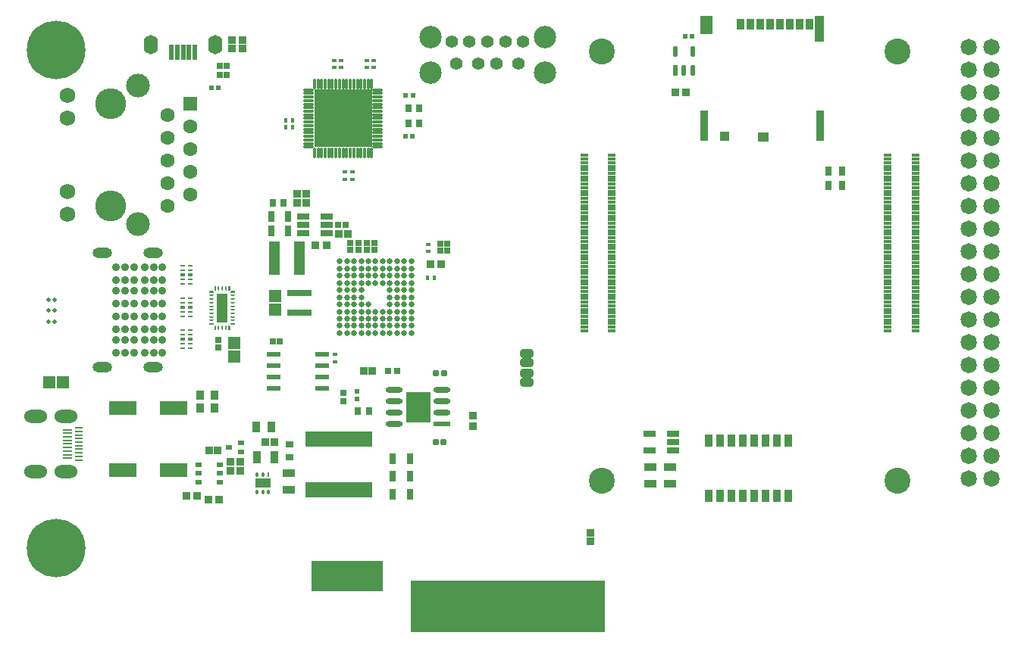
<source format=gts>
G04*
G04 #@! TF.GenerationSoftware,Altium Limited,Altium Designer,24.4.1 (13)*
G04*
G04 Layer_Color=8388736*
%FSLAX44Y44*%
%MOMM*%
G71*
G04*
G04 #@! TF.SameCoordinates,03FE6816-4A6D-4829-BFD7-AFDAA43F001A*
G04*
G04*
G04 #@! TF.FilePolarity,Negative*
G04*
G01*
G75*
%ADD29R,1.5500X0.6000*%
%ADD30R,1.4562X1.3781*%
G04:AMPARAMS|DCode=31|XSize=1.9296mm|YSize=0.6121mm|CornerRadius=0.3061mm|HoleSize=0mm|Usage=FLASHONLY|Rotation=180.000|XOffset=0mm|YOffset=0mm|HoleType=Round|Shape=RoundedRectangle|*
%AMROUNDEDRECTD31*
21,1,1.9296,0.0000,0,0,180.0*
21,1,1.3175,0.6121,0,0,180.0*
1,1,0.6121,-0.6588,0.0000*
1,1,0.6121,0.6588,0.0000*
1,1,0.6121,0.6588,0.0000*
1,1,0.6121,-0.6588,0.0000*
%
%ADD31ROUNDEDRECTD31*%
%ADD32R,1.9296X0.6121*%
%ADD35R,0.5000X0.4000*%
%ADD36R,0.7500X1.0000*%
%ADD37R,0.9000X0.8000*%
%ADD40R,1.4000X0.9500*%
%ADD43R,0.9582X1.0061*%
%ADD44R,1.3781X1.4562*%
%ADD45C,0.1800*%
G04:AMPARAMS|DCode=46|XSize=0.2mm|YSize=0.5mm|CornerRadius=0.05mm|HoleSize=0mm|Usage=FLASHONLY|Rotation=180.000|XOffset=0mm|YOffset=0mm|HoleType=Round|Shape=RoundedRectangle|*
%AMROUNDEDRECTD46*
21,1,0.2000,0.4000,0,0,180.0*
21,1,0.1000,0.5000,0,0,180.0*
1,1,0.1000,-0.0500,0.2000*
1,1,0.1000,0.0500,0.2000*
1,1,0.1000,0.0500,-0.2000*
1,1,0.1000,-0.0500,-0.2000*
%
%ADD46ROUNDEDRECTD46*%
G04:AMPARAMS|DCode=47|XSize=0.5mm|YSize=0.2mm|CornerRadius=0.05mm|HoleSize=0mm|Usage=FLASHONLY|Rotation=180.000|XOffset=0mm|YOffset=0mm|HoleType=Round|Shape=RoundedRectangle|*
%AMROUNDEDRECTD47*
21,1,0.5000,0.1000,0,0,180.0*
21,1,0.4000,0.2000,0,0,180.0*
1,1,0.1000,-0.2000,0.0500*
1,1,0.1000,0.2000,0.0500*
1,1,0.1000,0.2000,-0.0500*
1,1,0.1000,-0.2000,-0.0500*
%
%ADD47ROUNDEDRECTD47*%
G04:AMPARAMS|DCode=48|XSize=0.565mm|YSize=0.2mm|CornerRadius=0.05mm|HoleSize=0mm|Usage=FLASHONLY|Rotation=0.000|XOffset=0mm|YOffset=0mm|HoleType=Round|Shape=RoundedRectangle|*
%AMROUNDEDRECTD48*
21,1,0.5650,0.1000,0,0,0.0*
21,1,0.4650,0.2000,0,0,0.0*
1,1,0.1000,0.2325,-0.0500*
1,1,0.1000,-0.2325,-0.0500*
1,1,0.1000,-0.2325,0.0500*
1,1,0.1000,0.2325,0.0500*
%
%ADD48ROUNDEDRECTD48*%
%ADD49R,1.0000X0.2300*%
%ADD50R,0.8500X0.2300*%
%ADD60R,0.8000X0.5500*%
G04:AMPARAMS|DCode=61|XSize=1.2196mm|YSize=0.5885mm|CornerRadius=0.2942mm|HoleSize=0mm|Usage=FLASHONLY|Rotation=90.000|XOffset=0mm|YOffset=0mm|HoleType=Round|Shape=RoundedRectangle|*
%AMROUNDEDRECTD61*
21,1,1.2196,0.0000,0,0,90.0*
21,1,0.6311,0.5885,0,0,90.0*
1,1,0.5885,0.0000,0.3156*
1,1,0.5885,0.0000,-0.3156*
1,1,0.5885,0.0000,-0.3156*
1,1,0.5885,0.0000,0.3156*
%
%ADD61ROUNDEDRECTD61*%
%ADD62R,0.5885X1.2196*%
%ADD63R,0.5153X0.4725*%
%ADD64R,0.9051X0.9062*%
%ADD66R,2.7000X0.8000*%
%ADD68R,0.4000X0.5000*%
%ADD69R,0.9500X1.4500*%
%ADD72R,0.2925X0.5561*%
G04:AMPARAMS|DCode=74|XSize=0.5561mm|YSize=0.2925mm|CornerRadius=0.1462mm|HoleSize=0mm|Usage=FLASHONLY|Rotation=270.000|XOffset=0mm|YOffset=0mm|HoleType=Round|Shape=RoundedRectangle|*
%AMROUNDEDRECTD74*
21,1,0.5561,0.0000,0,0,270.0*
21,1,0.2636,0.2925,0,0,270.0*
1,1,0.2925,0.0000,-0.1318*
1,1,0.2925,0.0000,0.1318*
1,1,0.2925,0.0000,0.1318*
1,1,0.2925,0.0000,-0.1318*
%
%ADD74ROUNDEDRECTD74*%
%ADD75R,7.5000X1.8000*%
%ADD76R,0.7000X1.3000*%
%ADD77R,0.9062X0.9051*%
%ADD79R,0.8000X0.9000*%
%ADD80R,0.5200X0.5200*%
%ADD82R,0.6682X0.6725*%
%ADD84R,0.7581X0.8121*%
%ADD85R,0.7121X0.7811*%
%ADD86R,0.8065X1.3082*%
%ADD87R,0.4725X0.4682*%
%ADD88R,0.7500X0.9000*%
%ADD89R,1.2000X3.7000*%
%ADD90C,0.0000*%
%ADD91R,8.0000X3.4500*%
%ADD92R,21.7000X5.8500*%
%ADD93R,0.9032X0.4032*%
%ADD94R,0.9144X4.3942*%
%ADD95R,0.9144X3.5032*%
%ADD96O,0.4032X1.1532*%
%ADD97O,1.1532X0.4032*%
%ADD98R,6.4032X6.4032*%
%ADD99R,2.7100X3.3500*%
%ADD100R,0.8532X0.9032*%
%ADD101R,0.9632X1.4532*%
%ADD102R,0.7132X0.6032*%
%ADD103R,1.3532X0.8032*%
%ADD104R,0.7532X0.7532*%
%ADD105R,3.0532X1.6032*%
G04:AMPARAMS|DCode=106|XSize=1.2mm|YSize=3.2mm|CornerRadius=0.048mm|HoleSize=0mm|Usage=FLASHONLY|Rotation=180.000|XOffset=0mm|YOffset=0mm|HoleType=Round|Shape=RoundedRectangle|*
%AMROUNDEDRECTD106*
21,1,1.2000,3.1040,0,0,180.0*
21,1,1.1040,3.2000,0,0,180.0*
1,1,0.0960,-0.5520,1.5520*
1,1,0.0960,0.5520,1.5520*
1,1,0.0960,0.5520,-1.5520*
1,1,0.0960,-0.5520,-1.5520*
%
%ADD106ROUNDEDRECTD106*%
G04:AMPARAMS|DCode=107|XSize=0.565mm|YSize=0.4mm|CornerRadius=0.05mm|HoleSize=0mm|Usage=FLASHONLY|Rotation=0.000|XOffset=0mm|YOffset=0mm|HoleType=Round|Shape=RoundedRectangle|*
%AMROUNDEDRECTD107*
21,1,0.5650,0.3000,0,0,0.0*
21,1,0.4650,0.4000,0,0,0.0*
1,1,0.1000,0.2325,-0.1500*
1,1,0.1000,-0.2325,-0.1500*
1,1,0.1000,-0.2325,0.1500*
1,1,0.1000,0.2325,0.1500*
%
%ADD107ROUNDEDRECTD107*%
%ADD108R,0.9032X0.8532*%
%ADD109R,0.9032X0.4032*%
G04:AMPARAMS|DCode=110|XSize=0.9652mm|YSize=1.4732mm|CornerRadius=0.2921mm|HoleSize=0mm|Usage=FLASHONLY|Rotation=90.000|XOffset=0mm|YOffset=0mm|HoleType=Round|Shape=RoundedRectangle|*
%AMROUNDEDRECTD110*
21,1,0.9652,0.8890,0,0,90.0*
21,1,0.3810,1.4732,0,0,90.0*
1,1,0.5842,0.4445,0.1905*
1,1,0.5842,0.4445,-0.1905*
1,1,0.5842,-0.4445,-0.1905*
1,1,0.5842,-0.4445,0.1905*
%
%ADD110ROUNDEDRECTD110*%
%ADD111R,1.1032X1.1332*%
%ADD112R,1.2532X0.9832*%
%ADD113R,1.3432X2.0332*%
%ADD114R,0.9032X3.5032*%
%ADD115R,1.0632X3.0032*%
%ADD116R,0.9032X1.3032*%
%ADD117C,0.6532*%
%ADD118R,0.6532X0.6532*%
%ADD119R,0.6532X0.6532*%
%ADD120R,0.9232X0.9232*%
%ADD121R,0.8532X0.8532*%
%ADD122R,0.6032X1.7032*%
G04:AMPARAMS|DCode=123|XSize=0.7532mm|YSize=0.7032mm|CornerRadius=0.1641mm|HoleSize=0mm|Usage=FLASHONLY|Rotation=270.000|XOffset=0mm|YOffset=0mm|HoleType=Round|Shape=RoundedRectangle|*
%AMROUNDEDRECTD123*
21,1,0.7532,0.3750,0,0,270.0*
21,1,0.4250,0.7032,0,0,270.0*
1,1,0.3282,-0.1875,-0.2125*
1,1,0.3282,-0.1875,0.2125*
1,1,0.3282,0.1875,0.2125*
1,1,0.3282,0.1875,-0.2125*
%
%ADD123ROUNDEDRECTD123*%
%ADD124R,0.8032X0.7532*%
%ADD125R,1.7000X1.1000*%
%ADD126O,2.2032X1.1176*%
%ADD127C,1.4112*%
%ADD128C,2.5032*%
%ADD129C,6.5532*%
G04:AMPARAMS|DCode=130|XSize=1.5mm|YSize=2.55mm|CornerRadius=0.75mm|HoleSize=0mm|Usage=FLASHONLY|Rotation=270.000|XOffset=0mm|YOffset=0mm|HoleType=Round|Shape=RoundedRectangle|*
%AMROUNDEDRECTD130*
21,1,1.5000,1.0500,0,0,270.0*
21,1,0.0000,2.5500,0,0,270.0*
1,1,1.5000,-0.5250,0.0000*
1,1,1.5000,-0.5250,0.0000*
1,1,1.5000,0.5250,0.0000*
1,1,1.5000,0.5250,0.0000*
%
%ADD130ROUNDEDRECTD130*%
%ADD131C,0.9032*%
%ADD132C,1.8232*%
%ADD133C,1.7332*%
%ADD134C,1.6012*%
%ADD135O,1.6032X2.1532*%
%ADD136R,1.6012X1.6012*%
%ADD137C,2.6482*%
%ADD138C,3.4532*%
%ADD139C,2.9032*%
%ADD140C,0.5000*%
G36*
X226250Y297500D02*
X226349D01*
X226533Y297424D01*
X226674Y297283D01*
X226750Y297099D01*
Y297000D01*
X226750D01*
Y293000D01*
X226750Y292901D01*
X226674Y292717D01*
X226533Y292576D01*
X226349Y292500D01*
X226250D01*
X225250Y292500D01*
X225151Y292500D01*
X224967Y292576D01*
X224826Y292717D01*
X224750Y292901D01*
X224750Y293000D01*
Y296600D01*
X225650Y297500D01*
X226250Y297500D01*
D02*
G37*
G36*
X223750Y300000D02*
X223849D01*
X224033Y299924D01*
X224174Y299783D01*
X224250Y299599D01*
Y299500D01*
X224250Y298900D01*
X223350Y298000D01*
X219750D01*
Y298000D01*
X219650Y298000D01*
X219467Y298076D01*
X219326Y298217D01*
X219250Y298400D01*
X219250Y298500D01*
X219250Y299500D01*
Y299599D01*
X219326Y299783D01*
X219467Y299924D01*
X219651Y300000D01*
X219750Y300000D01*
X223750Y300000D01*
Y300000D01*
D02*
G37*
G36*
X242750Y296600D02*
Y293000D01*
X242750D01*
X242750Y292901D01*
X242674Y292717D01*
X242533Y292576D01*
X242349Y292500D01*
X242250Y292500D01*
X241250Y292500D01*
X241250Y292500D01*
X241151D01*
X240967Y292576D01*
X240826Y292717D01*
X240750Y292901D01*
X240750Y293000D01*
X240750Y297000D01*
Y297099D01*
X240826Y297283D01*
X240967Y297424D01*
X241150Y297500D01*
X241250D01*
X241850Y297500D01*
X242750Y296600D01*
D02*
G37*
G36*
X247750Y300000D02*
X247849Y300000D01*
X248033Y299924D01*
X248174Y299783D01*
X248250Y299599D01*
Y299500D01*
X248250D01*
X248250Y298500D01*
X248250Y298400D01*
X248174Y298217D01*
X248033Y298076D01*
X247849Y298000D01*
X247750Y298000D01*
X247750Y298000D01*
X244150D01*
X243250Y298900D01*
Y299500D01*
Y299599D01*
X243326Y299783D01*
X243467Y299924D01*
X243650Y300000D01*
X243750D01*
X243750Y300000D01*
X247750Y300000D01*
D02*
G37*
G36*
X219750Y336000D02*
X223350D01*
X224250Y335100D01*
X224250Y334500D01*
Y334401D01*
X224174Y334217D01*
X224033Y334076D01*
X223849Y334000D01*
X223750D01*
Y334000D01*
X219750D01*
X219651Y334000D01*
X219467Y334076D01*
X219326Y334217D01*
X219250Y334401D01*
Y334500D01*
Y334500D01*
X219250Y335500D01*
X219250Y335600D01*
X219326Y335783D01*
X219467Y335924D01*
X219650Y336000D01*
X219750Y336000D01*
D02*
G37*
G36*
X225250Y341500D02*
X226250Y341500D01*
Y341500D01*
X226349D01*
X226533Y341424D01*
X226674Y341283D01*
X226750Y341099D01*
X226750Y341000D01*
Y337000D01*
X226750Y337000D01*
Y336900D01*
X226674Y336717D01*
X226533Y336576D01*
X226349Y336500D01*
X225650D01*
X224750Y337400D01*
Y341000D01*
X224750Y341099D01*
X224826Y341283D01*
X224967Y341424D01*
X225151Y341500D01*
X225250Y341500D01*
D02*
G37*
G36*
X242533Y341424D02*
X242674Y341283D01*
X242750Y341099D01*
X242750Y341000D01*
X242750Y341000D01*
Y337400D01*
X241850Y336500D01*
X241150D01*
X240967Y336576D01*
X240826Y336717D01*
X240750Y336900D01*
Y337000D01*
Y337000D01*
X240750Y341000D01*
X240750Y341099D01*
X240826Y341283D01*
X240967Y341424D01*
X241151Y341500D01*
X241250D01*
X241250Y341500D01*
X242250Y341500D01*
X242349Y341500D01*
X242533Y341424D01*
D02*
G37*
G36*
X248033Y335924D02*
X248174Y335783D01*
X248250Y335600D01*
X248250Y335500D01*
X248250Y334500D01*
X248250Y334500D01*
Y334401D01*
X248174Y334217D01*
X248033Y334076D01*
X247849Y334000D01*
X247750Y334000D01*
X243750D01*
X243750Y334000D01*
X243650D01*
X243467Y334076D01*
X243326Y334217D01*
X243250Y334401D01*
Y334500D01*
Y335100D01*
X244150Y336000D01*
X247750D01*
X247849Y336000D01*
X248033Y335924D01*
D02*
G37*
D29*
X345000Y265400D02*
D03*
X291000Y252700D02*
D03*
Y265400D02*
D03*
Y240000D02*
D03*
Y227300D02*
D03*
X345000Y240000D02*
D03*
Y227300D02*
D03*
Y252700D02*
D03*
D30*
X246750Y277891D02*
D03*
Y262609D02*
D03*
X293250Y314859D02*
D03*
Y330141D02*
D03*
D31*
X426175Y225100D02*
D03*
Y212400D02*
D03*
Y187000D02*
D03*
X479000Y225100D02*
D03*
X426175Y199700D02*
D03*
X479000Y212400D02*
D03*
Y199700D02*
D03*
D32*
Y187000D02*
D03*
D35*
X358885Y594000D02*
D03*
Y586000D02*
D03*
X366614Y594000D02*
D03*
Y586000D02*
D03*
X402500Y586000D02*
D03*
Y594000D02*
D03*
X395000Y586000D02*
D03*
Y594000D02*
D03*
X464000Y380000D02*
D03*
X360000Y265000D02*
D03*
X464000Y388000D02*
D03*
X360000Y257000D02*
D03*
X379000Y461250D02*
D03*
Y469250D02*
D03*
X370750Y461250D02*
D03*
Y469250D02*
D03*
D36*
X926250Y470250D02*
D03*
X911250D02*
D03*
X926250Y454250D02*
D03*
X911250D02*
D03*
D37*
X308750Y149750D02*
D03*
Y164750D02*
D03*
D40*
X712000Y120750D02*
D03*
Y139250D02*
D03*
X734000Y120750D02*
D03*
Y139250D02*
D03*
X308000Y113750D02*
D03*
Y132250D02*
D03*
D43*
X225000Y219261D02*
D03*
Y204739D02*
D03*
X209000Y219261D02*
D03*
Y204739D02*
D03*
D44*
X56031Y233500D02*
D03*
X40750D02*
D03*
D45*
X221750Y335000D02*
D03*
Y299000D02*
D03*
X245750Y335000D02*
D03*
Y299000D02*
D03*
X225750Y339000D02*
D03*
X241750D02*
D03*
X225750Y295000D02*
D03*
X241750D02*
D03*
D46*
X237750D02*
D03*
X233750D02*
D03*
X229750D02*
D03*
Y339000D02*
D03*
X233750D02*
D03*
X237750D02*
D03*
D47*
X221750Y303000D02*
D03*
Y307000D02*
D03*
Y311000D02*
D03*
Y315000D02*
D03*
Y319000D02*
D03*
Y323000D02*
D03*
Y327000D02*
D03*
Y331000D02*
D03*
X245750D02*
D03*
Y327000D02*
D03*
Y323000D02*
D03*
Y319000D02*
D03*
Y315000D02*
D03*
Y311000D02*
D03*
Y307000D02*
D03*
Y303000D02*
D03*
D48*
X189825Y323000D02*
D03*
X198175D02*
D03*
X189825Y328000D02*
D03*
X198175D02*
D03*
X189825Y308000D02*
D03*
X198175D02*
D03*
X189825Y313000D02*
D03*
X198175D02*
D03*
X189825Y344000D02*
D03*
X198175D02*
D03*
Y349000D02*
D03*
X189825D02*
D03*
X198175Y292000D02*
D03*
X189825D02*
D03*
X198175Y287000D02*
D03*
X189825D02*
D03*
Y364000D02*
D03*
X198175D02*
D03*
Y359000D02*
D03*
X189825D02*
D03*
X198175Y272000D02*
D03*
X189825D02*
D03*
X198175Y277000D02*
D03*
X189825D02*
D03*
D49*
X61000Y181000D02*
D03*
Y177000D02*
D03*
Y173000D02*
D03*
Y169000D02*
D03*
Y165000D02*
D03*
Y161000D02*
D03*
Y157000D02*
D03*
Y153000D02*
D03*
Y149000D02*
D03*
D50*
X73250Y183000D02*
D03*
Y179000D02*
D03*
Y175000D02*
D03*
Y171000D02*
D03*
Y167000D02*
D03*
Y163000D02*
D03*
Y159000D02*
D03*
Y155000D02*
D03*
Y151000D02*
D03*
Y147000D02*
D03*
D60*
X231000Y122500D02*
D03*
Y132000D02*
D03*
Y141500D02*
D03*
X207000D02*
D03*
Y132000D02*
D03*
Y122500D02*
D03*
D61*
X740210Y603865D02*
D03*
X759000D02*
D03*
Y583000D02*
D03*
X749605D02*
D03*
D62*
X740210D02*
D03*
D63*
X751214Y621000D02*
D03*
X758786D02*
D03*
D64*
X739994Y558000D02*
D03*
X752006D02*
D03*
X465994Y366000D02*
D03*
X337989Y387500D02*
D03*
X230006Y103000D02*
D03*
X206006Y107000D02*
D03*
X478006Y366000D02*
D03*
X350000Y387500D02*
D03*
X193994Y107000D02*
D03*
X217994Y103000D02*
D03*
D66*
X320250Y311500D02*
D03*
Y333500D02*
D03*
D68*
X463000Y351000D02*
D03*
X471000D02*
D03*
X312500Y519000D02*
D03*
Y527000D02*
D03*
X304500Y519000D02*
D03*
Y527000D02*
D03*
D69*
X291750Y150000D02*
D03*
X272250D02*
D03*
D72*
X285500Y131000D02*
D03*
D74*
Y111439D02*
D03*
X272500D02*
D03*
Y131000D02*
D03*
X279000Y111439D02*
D03*
Y131000D02*
D03*
D75*
X364000Y114000D02*
D03*
Y170000D02*
D03*
D76*
X424246Y108769D02*
D03*
Y148769D02*
D03*
Y128769D02*
D03*
X443246Y148769D02*
D03*
Y108769D02*
D03*
Y128769D02*
D03*
X307500Y403000D02*
D03*
Y419000D02*
D03*
X288500Y403000D02*
D03*
Y419000D02*
D03*
D77*
X514000Y196512D02*
D03*
Y184500D02*
D03*
D79*
X441514Y523776D02*
D03*
X454014Y540276D02*
D03*
X441514D02*
D03*
X454014Y523776D02*
D03*
D80*
X446764Y554776D02*
D03*
X446264Y509026D02*
D03*
X229750Y563000D02*
D03*
X221750D02*
D03*
X438764Y554776D02*
D03*
X438264Y509026D02*
D03*
D82*
X429022Y247000D02*
D03*
X418979D02*
D03*
D84*
X397770Y202000D02*
D03*
X385230D02*
D03*
D85*
X369000Y212345D02*
D03*
Y221655D02*
D03*
D86*
X288509Y184000D02*
D03*
X271491D02*
D03*
D87*
X384000Y223521D02*
D03*
Y215479D02*
D03*
D88*
X290000Y435000D02*
D03*
X302000D02*
D03*
D89*
X292000Y373000D02*
D03*
X320000D02*
D03*
D90*
X1076211Y608600D02*
G03*
X1076211Y608600I-8611J0D01*
G01*
X1101611D02*
G03*
X1101611Y608600I-8611J0D01*
G01*
X1076211Y583200D02*
G03*
X1076211Y583200I-8611J0D01*
G01*
X1101611D02*
G03*
X1101611Y583200I-8611J0D01*
G01*
X1076211Y557800D02*
G03*
X1076211Y557800I-8611J0D01*
G01*
X1101611D02*
G03*
X1101611Y557800I-8611J0D01*
G01*
X1076211Y532400D02*
G03*
X1076211Y532400I-8611J0D01*
G01*
X1101611D02*
G03*
X1101611Y532400I-8611J0D01*
G01*
X1076211Y507000D02*
G03*
X1076211Y507000I-8611J0D01*
G01*
X1101611D02*
G03*
X1101611Y507000I-8611J0D01*
G01*
X1076211Y481600D02*
G03*
X1076211Y481600I-8611J0D01*
G01*
X1101611D02*
G03*
X1101611Y481600I-8611J0D01*
G01*
X1076211Y456200D02*
G03*
X1076211Y456200I-8611J0D01*
G01*
X1101611D02*
G03*
X1101611Y456200I-8611J0D01*
G01*
X1076211Y430800D02*
G03*
X1076211Y430800I-8611J0D01*
G01*
X1101611D02*
G03*
X1101611Y430800I-8611J0D01*
G01*
X1076211Y405400D02*
G03*
X1076211Y405400I-8611J0D01*
G01*
X1101611D02*
G03*
X1101611Y405400I-8611J0D01*
G01*
X1076211Y380000D02*
G03*
X1076211Y380000I-8611J0D01*
G01*
X1101611D02*
G03*
X1101611Y380000I-8611J0D01*
G01*
X1076211Y354600D02*
G03*
X1076211Y354600I-8611J0D01*
G01*
X1101611D02*
G03*
X1101611Y354600I-8611J0D01*
G01*
X1076211Y329200D02*
G03*
X1076211Y329200I-8611J0D01*
G01*
X1101611D02*
G03*
X1101611Y329200I-8611J0D01*
G01*
X1076211Y303800D02*
G03*
X1076211Y303800I-8611J0D01*
G01*
X1101611D02*
G03*
X1101611Y303800I-8611J0D01*
G01*
X1076211Y278400D02*
G03*
X1076211Y278400I-8611J0D01*
G01*
X1101611D02*
G03*
X1101611Y278400I-8611J0D01*
G01*
X1076211Y253000D02*
G03*
X1076211Y253000I-8611J0D01*
G01*
X1101611D02*
G03*
X1101611Y253000I-8611J0D01*
G01*
X1076211Y227600D02*
G03*
X1076211Y227600I-8611J0D01*
G01*
X1101611D02*
G03*
X1101611Y227600I-8611J0D01*
G01*
X1076211Y202200D02*
G03*
X1076211Y202200I-8611J0D01*
G01*
X1101611D02*
G03*
X1101611Y202200I-8611J0D01*
G01*
X1076211Y176800D02*
G03*
X1076211Y176800I-8611J0D01*
G01*
X1101611D02*
G03*
X1101611Y176800I-8611J0D01*
G01*
X1076211Y151400D02*
G03*
X1076211Y151400I-8611J0D01*
G01*
X1101611D02*
G03*
X1101611Y151400I-8611J0D01*
G01*
X1076211Y126000D02*
G03*
X1076211Y126000I-8611J0D01*
G01*
X1101611D02*
G03*
X1101611Y126000I-8611J0D01*
G01*
D91*
X373500Y17250D02*
D03*
D92*
X552500Y-16750D02*
D03*
D93*
X668915Y291591D02*
D03*
X638115D02*
D03*
X668915Y295591D02*
D03*
X638115D02*
D03*
X668915Y299591D02*
D03*
X638115D02*
D03*
X668915Y303591D02*
D03*
X638115D02*
D03*
X668915Y307591D02*
D03*
X638115D02*
D03*
X668915Y311591D02*
D03*
X638115D02*
D03*
X668915Y315591D02*
D03*
X638115D02*
D03*
X668915Y319591D02*
D03*
X638115D02*
D03*
X668915Y323591D02*
D03*
X638115D02*
D03*
X668915Y327591D02*
D03*
X638115D02*
D03*
X668915Y331591D02*
D03*
X638115D02*
D03*
X668915Y335591D02*
D03*
X638115D02*
D03*
X668915Y339591D02*
D03*
X638115D02*
D03*
X668915Y343591D02*
D03*
X638115D02*
D03*
X668915Y347591D02*
D03*
X638115D02*
D03*
X668915Y351591D02*
D03*
X638115D02*
D03*
X668915Y355591D02*
D03*
X638115D02*
D03*
X668915Y359591D02*
D03*
X638115D02*
D03*
X668915Y363591D02*
D03*
X638115D02*
D03*
X668915Y367591D02*
D03*
X638115D02*
D03*
X668915Y371591D02*
D03*
X638115D02*
D03*
X668915Y375591D02*
D03*
X638115D02*
D03*
X668915Y379591D02*
D03*
X638115D02*
D03*
X668915Y383591D02*
D03*
X638115D02*
D03*
X668915Y387591D02*
D03*
X638115D02*
D03*
X668915Y391591D02*
D03*
X638115D02*
D03*
X668915Y395591D02*
D03*
X638115D02*
D03*
X668915Y399591D02*
D03*
X638115D02*
D03*
X668915Y403591D02*
D03*
X638115D02*
D03*
X668915Y407591D02*
D03*
X638115D02*
D03*
X668915Y411591D02*
D03*
X638115D02*
D03*
X668915Y415591D02*
D03*
X638115D02*
D03*
X668915Y419591D02*
D03*
X638115D02*
D03*
X668915Y423591D02*
D03*
X638115D02*
D03*
X668915Y427591D02*
D03*
X638115D02*
D03*
X668915Y431591D02*
D03*
X638115D02*
D03*
X668915Y435591D02*
D03*
X638115D02*
D03*
X668915Y439591D02*
D03*
X638115D02*
D03*
X668915Y443591D02*
D03*
X638115D02*
D03*
X668915Y447591D02*
D03*
X638115D02*
D03*
X668915Y451591D02*
D03*
X638115D02*
D03*
X668915Y455591D02*
D03*
X638115D02*
D03*
X668915Y459591D02*
D03*
X638115D02*
D03*
X668915Y463591D02*
D03*
X638115D02*
D03*
X668915Y467591D02*
D03*
X638115D02*
D03*
X668915Y471591D02*
D03*
X638115D02*
D03*
X668915Y475591D02*
D03*
X638115D02*
D03*
X668915Y479591D02*
D03*
X638115D02*
D03*
X668915Y483591D02*
D03*
X638115D02*
D03*
X668915Y487591D02*
D03*
X638115D02*
D03*
X1008115Y291591D02*
D03*
X977315D02*
D03*
X1008115Y295591D02*
D03*
X977315D02*
D03*
X1008115Y299591D02*
D03*
X977315D02*
D03*
X1008115Y303591D02*
D03*
X977315D02*
D03*
X1008115Y307591D02*
D03*
X977315D02*
D03*
X1008115Y311591D02*
D03*
X977315D02*
D03*
X1008115Y315591D02*
D03*
X977315D02*
D03*
X1008115Y319591D02*
D03*
X977315D02*
D03*
X1008115Y323591D02*
D03*
X977315D02*
D03*
X1008115Y327591D02*
D03*
X977315D02*
D03*
X1008115Y331591D02*
D03*
X977315D02*
D03*
X1008115Y335591D02*
D03*
X977315D02*
D03*
X1008115Y339591D02*
D03*
X977315D02*
D03*
X1008115Y343591D02*
D03*
X977315D02*
D03*
X1008115Y347591D02*
D03*
X977315D02*
D03*
X1008115Y351591D02*
D03*
X977315D02*
D03*
X1008115Y355591D02*
D03*
X977315D02*
D03*
X1008115Y359591D02*
D03*
X977315D02*
D03*
X1008115Y363591D02*
D03*
X977315D02*
D03*
X1008115Y367591D02*
D03*
X977315D02*
D03*
X1008115Y371591D02*
D03*
X977315D02*
D03*
X1008115Y375591D02*
D03*
X977315D02*
D03*
X1008115Y379591D02*
D03*
X977315D02*
D03*
X1008115Y383591D02*
D03*
X977315D02*
D03*
X1008115Y387591D02*
D03*
X977315D02*
D03*
X1008115Y391591D02*
D03*
X977315D02*
D03*
X1008115Y395591D02*
D03*
X977315D02*
D03*
X1008115Y399591D02*
D03*
X977315D02*
D03*
X1008115Y403591D02*
D03*
X977315D02*
D03*
X1008115Y407591D02*
D03*
X977315D02*
D03*
X1008115Y411591D02*
D03*
X977315D02*
D03*
X1008115Y415591D02*
D03*
X977315D02*
D03*
X1008115Y419591D02*
D03*
X977315D02*
D03*
X1008115Y423591D02*
D03*
X977315D02*
D03*
X1008115Y427591D02*
D03*
X977315D02*
D03*
X1008115Y431591D02*
D03*
X977315D02*
D03*
X1008115Y435591D02*
D03*
X977315D02*
D03*
X1008115Y439591D02*
D03*
X977315D02*
D03*
X1008115Y443591D02*
D03*
X977315D02*
D03*
X1008115Y447591D02*
D03*
X977315D02*
D03*
X1008115Y451591D02*
D03*
X977315D02*
D03*
X1008115Y455591D02*
D03*
X977315D02*
D03*
X1008115Y459591D02*
D03*
X977315D02*
D03*
X1008115Y463591D02*
D03*
X977315D02*
D03*
X1008115Y467591D02*
D03*
X977315D02*
D03*
X1008115Y471591D02*
D03*
X977315D02*
D03*
X1008115Y475591D02*
D03*
X977315D02*
D03*
X1008115Y479591D02*
D03*
X977315D02*
D03*
X1008115Y483591D02*
D03*
X977315D02*
D03*
X1008115Y487591D02*
D03*
X977315D02*
D03*
D94*
X546514Y-9906D02*
D03*
X536514D02*
D03*
X586514D02*
D03*
X496514D02*
D03*
X506514D02*
D03*
X556514D02*
D03*
X606514D02*
D03*
X616514D02*
D03*
X486514D02*
D03*
X516514D02*
D03*
X626514D02*
D03*
X596514D02*
D03*
X646514D02*
D03*
X456514D02*
D03*
X466514D02*
D03*
X476514D02*
D03*
X526514D02*
D03*
D95*
X636514Y-5406D02*
D03*
D96*
X336750Y567750D02*
D03*
X400750Y490250D02*
D03*
X396750D02*
D03*
X368750D02*
D03*
X344750D02*
D03*
X336750D02*
D03*
X376750D02*
D03*
X372750D02*
D03*
X340750D02*
D03*
X384750D02*
D03*
X364750Y567750D02*
D03*
X360750D02*
D03*
X400750D02*
D03*
X396750D02*
D03*
X352750D02*
D03*
X348750D02*
D03*
X388750D02*
D03*
X384750D02*
D03*
X340750D02*
D03*
X376750D02*
D03*
X372750D02*
D03*
X356750Y490250D02*
D03*
X344750Y567750D02*
D03*
X392750Y490250D02*
D03*
X380750Y567750D02*
D03*
X388750Y490250D02*
D03*
X360750D02*
D03*
X364750D02*
D03*
X348750D02*
D03*
X352750D02*
D03*
X356750Y567750D02*
D03*
X380750Y490250D02*
D03*
X368750Y567750D02*
D03*
X392750D02*
D03*
D97*
X407500Y561000D02*
D03*
Y525000D02*
D03*
Y517000D02*
D03*
Y509000D02*
D03*
Y501000D02*
D03*
Y497000D02*
D03*
X330000D02*
D03*
Y501000D02*
D03*
Y509000D02*
D03*
Y513000D02*
D03*
Y521000D02*
D03*
Y525000D02*
D03*
Y533000D02*
D03*
Y537000D02*
D03*
Y545000D02*
D03*
Y549000D02*
D03*
Y557000D02*
D03*
Y561000D02*
D03*
X407500Y533000D02*
D03*
Y505000D02*
D03*
Y513000D02*
D03*
Y529000D02*
D03*
Y521000D02*
D03*
X330000Y541000D02*
D03*
Y505000D02*
D03*
X407500Y541000D02*
D03*
Y553000D02*
D03*
Y557000D02*
D03*
Y545000D02*
D03*
Y549000D02*
D03*
X330000Y517000D02*
D03*
Y553000D02*
D03*
Y529000D02*
D03*
X407500Y537000D02*
D03*
D98*
X368750Y529000D02*
D03*
D99*
X452588Y206050D02*
D03*
D100*
X243000Y144750D02*
D03*
Y135250D02*
D03*
X245000Y607000D02*
D03*
X256500D02*
D03*
X245000Y616500D02*
D03*
X256500D02*
D03*
X645243Y55850D02*
D03*
Y65350D02*
D03*
X254000Y135250D02*
D03*
Y144750D02*
D03*
D101*
X866450Y107250D02*
D03*
X853750D02*
D03*
X841050D02*
D03*
X828350D02*
D03*
X815650D02*
D03*
X802950D02*
D03*
X790250D02*
D03*
X777550D02*
D03*
Y168750D02*
D03*
X790250D02*
D03*
X802950D02*
D03*
X815650D02*
D03*
X828350D02*
D03*
X841050D02*
D03*
X853750D02*
D03*
X866450D02*
D03*
D102*
X254500Y156000D02*
D03*
X241500Y161000D02*
D03*
X254500Y166000D02*
D03*
D103*
X737000Y157500D02*
D03*
Y167000D02*
D03*
Y176500D02*
D03*
X711000D02*
D03*
Y157500D02*
D03*
X350500Y400500D02*
D03*
Y410000D02*
D03*
X324500D02*
D03*
X350500Y419500D02*
D03*
X324500Y400500D02*
D03*
Y419500D02*
D03*
D104*
X229750Y281500D02*
D03*
Y272500D02*
D03*
D105*
X179500Y136000D02*
D03*
X122500D02*
D03*
Y205000D02*
D03*
X179500D02*
D03*
D106*
X233750Y317000D02*
D03*
D107*
X198175Y318000D02*
D03*
X189825D02*
D03*
Y354000D02*
D03*
X198175D02*
D03*
Y282000D02*
D03*
X189825D02*
D03*
D108*
X228750Y158000D02*
D03*
X219250D02*
D03*
X327250Y445000D02*
D03*
Y435000D02*
D03*
X317750D02*
D03*
Y445000D02*
D03*
D109*
X1008115Y291591D02*
D03*
X977315D02*
D03*
X1008115Y295591D02*
D03*
X977315D02*
D03*
X1008115Y299591D02*
D03*
X977315D02*
D03*
X1008115Y303591D02*
D03*
X977315D02*
D03*
X1008115Y307591D02*
D03*
X977315D02*
D03*
X1008115Y311591D02*
D03*
X977315D02*
D03*
X1008115Y315591D02*
D03*
X977315D02*
D03*
X1008115Y319591D02*
D03*
X977315D02*
D03*
X1008115Y323591D02*
D03*
X977315D02*
D03*
X1008115Y327591D02*
D03*
X977315D02*
D03*
X1008115Y331591D02*
D03*
X977315D02*
D03*
X1008115Y335591D02*
D03*
X977315D02*
D03*
X1008115Y339591D02*
D03*
X977315D02*
D03*
X1008115Y343591D02*
D03*
X977315D02*
D03*
X1008115Y347591D02*
D03*
X977315D02*
D03*
X1008115Y351591D02*
D03*
X977315D02*
D03*
X1008115Y355591D02*
D03*
X977315D02*
D03*
X1008115Y359591D02*
D03*
X977315D02*
D03*
X1008115Y363591D02*
D03*
X977315D02*
D03*
X1008115Y367591D02*
D03*
X977315D02*
D03*
X1008115Y371591D02*
D03*
X977315D02*
D03*
X1008115Y375591D02*
D03*
X977315D02*
D03*
X1008115Y379591D02*
D03*
X977315D02*
D03*
X1008115Y383591D02*
D03*
X977315D02*
D03*
X1008115Y387591D02*
D03*
X977315D02*
D03*
X1008115Y391591D02*
D03*
X977315D02*
D03*
X1008115Y395591D02*
D03*
X977315D02*
D03*
X1008115Y399591D02*
D03*
X977315D02*
D03*
X1008115Y403591D02*
D03*
X977315D02*
D03*
X1008115Y407591D02*
D03*
X977315D02*
D03*
X1008115Y411591D02*
D03*
X977315D02*
D03*
X1008115Y415591D02*
D03*
X977315D02*
D03*
X1008115Y419591D02*
D03*
X977315D02*
D03*
X1008115Y423591D02*
D03*
X977315D02*
D03*
X1008115Y427591D02*
D03*
X977315D02*
D03*
X1008115Y431591D02*
D03*
X977315D02*
D03*
X1008115Y435591D02*
D03*
X977315D02*
D03*
X1008115Y439591D02*
D03*
X977315D02*
D03*
X1008115Y443591D02*
D03*
X977315D02*
D03*
X1008115Y447591D02*
D03*
X977315D02*
D03*
X1008115Y451591D02*
D03*
X977315D02*
D03*
X1008115Y455591D02*
D03*
X977315D02*
D03*
X1008115Y459591D02*
D03*
X977315D02*
D03*
X1008115Y463591D02*
D03*
X977315D02*
D03*
X1008115Y467591D02*
D03*
X977315D02*
D03*
X1008115Y471591D02*
D03*
X977315D02*
D03*
X1008115Y475591D02*
D03*
X977315D02*
D03*
X1008115Y479591D02*
D03*
X977315D02*
D03*
X1008115Y483591D02*
D03*
X977315D02*
D03*
X1008115Y487591D02*
D03*
X977315D02*
D03*
X668915Y291591D02*
D03*
X638115D02*
D03*
X668915Y295591D02*
D03*
X638115D02*
D03*
X668915Y299591D02*
D03*
X638115D02*
D03*
X668915Y303591D02*
D03*
X638115D02*
D03*
X668915Y307591D02*
D03*
X638115D02*
D03*
X668915Y311591D02*
D03*
X638115D02*
D03*
X668915Y315591D02*
D03*
X638115D02*
D03*
X668915Y319591D02*
D03*
X638115D02*
D03*
X668915Y323591D02*
D03*
X638115D02*
D03*
X668915Y327591D02*
D03*
X638115D02*
D03*
X668915Y331591D02*
D03*
X638115D02*
D03*
X668915Y335591D02*
D03*
X638115D02*
D03*
X668915Y339591D02*
D03*
X638115D02*
D03*
X668915Y343591D02*
D03*
X638115D02*
D03*
X668915Y347591D02*
D03*
X638115D02*
D03*
X668915Y351591D02*
D03*
X638115D02*
D03*
X668915Y355591D02*
D03*
X638115D02*
D03*
X668915Y359591D02*
D03*
X638115D02*
D03*
X668915Y363591D02*
D03*
X638115D02*
D03*
X668915Y367591D02*
D03*
X638115D02*
D03*
X668915Y371591D02*
D03*
X638115D02*
D03*
X668915Y375591D02*
D03*
X638115D02*
D03*
X668915Y379591D02*
D03*
X638115D02*
D03*
X668915Y383591D02*
D03*
X638115D02*
D03*
X668915Y387591D02*
D03*
X638115D02*
D03*
X668915Y391591D02*
D03*
X638115D02*
D03*
X668915Y395591D02*
D03*
X638115D02*
D03*
X668915Y399591D02*
D03*
X638115D02*
D03*
X668915Y403591D02*
D03*
X638115D02*
D03*
X668915Y407591D02*
D03*
X638115D02*
D03*
X668915Y411591D02*
D03*
X638115D02*
D03*
X668915Y415591D02*
D03*
X638115D02*
D03*
X668915Y419591D02*
D03*
X638115D02*
D03*
X668915Y423591D02*
D03*
X638115D02*
D03*
X668915Y427591D02*
D03*
X638115D02*
D03*
X668915Y431591D02*
D03*
X638115D02*
D03*
X668915Y435591D02*
D03*
X638115D02*
D03*
X668915Y439591D02*
D03*
X638115D02*
D03*
X668915Y443591D02*
D03*
X638115D02*
D03*
X668915Y447591D02*
D03*
X638115D02*
D03*
X668915Y451591D02*
D03*
X638115D02*
D03*
X668915Y455591D02*
D03*
X638115D02*
D03*
X668915Y459591D02*
D03*
X638115D02*
D03*
X668915Y463591D02*
D03*
X638115D02*
D03*
X668915Y467591D02*
D03*
X638115D02*
D03*
X668915Y471591D02*
D03*
X638115D02*
D03*
X668915Y475591D02*
D03*
X638115D02*
D03*
X668915Y479591D02*
D03*
X638115D02*
D03*
X668915Y483591D02*
D03*
X638115D02*
D03*
X668915Y487591D02*
D03*
X638115D02*
D03*
D110*
X574000Y234000D02*
D03*
Y244000D02*
D03*
Y256000D02*
D03*
Y266000D02*
D03*
D111*
X795100Y509350D02*
D03*
D112*
X837750Y508600D02*
D03*
D113*
X774200Y633850D02*
D03*
D114*
X772000Y521200D02*
D03*
X901600D02*
D03*
D115*
X900800Y629000D02*
D03*
D116*
X813000Y634000D02*
D03*
X824000D02*
D03*
X835000D02*
D03*
X846000D02*
D03*
X857000D02*
D03*
X868000D02*
D03*
X879000D02*
D03*
X890000D02*
D03*
D117*
X381000Y337000D02*
D03*
X397000Y345000D02*
D03*
X421000Y337000D02*
D03*
X389000Y321000D02*
D03*
X373000Y369000D02*
D03*
Y353000D02*
D03*
X381000D02*
D03*
X373000Y361000D02*
D03*
X429000Y337000D02*
D03*
X437000Y345000D02*
D03*
X429000D02*
D03*
X445000Y353000D02*
D03*
X381000Y329000D02*
D03*
X373000D02*
D03*
X445000Y345000D02*
D03*
Y313000D02*
D03*
X421000Y369000D02*
D03*
X389000D02*
D03*
X397000Y353000D02*
D03*
X389000Y361000D02*
D03*
X421000Y345000D02*
D03*
X405000Y345000D02*
D03*
X421000Y329000D02*
D03*
X397000Y321000D02*
D03*
X389000Y345000D02*
D03*
X389000Y329000D02*
D03*
X421000Y313000D02*
D03*
X413000Y313000D02*
D03*
X413000Y305000D02*
D03*
X389000Y313000D02*
D03*
X397000Y305000D02*
D03*
X381000Y345000D02*
D03*
X373000D02*
D03*
Y337000D02*
D03*
X365000Y345000D02*
D03*
Y313000D02*
D03*
X365000Y337000D02*
D03*
X405000Y297000D02*
D03*
X421000Y289000D02*
D03*
X405000Y289000D02*
D03*
X389000Y297000D02*
D03*
Y289000D02*
D03*
X421000Y305000D02*
D03*
X389000Y337000D02*
D03*
X413000Y345000D02*
D03*
X421000Y321000D02*
D03*
X365000Y361000D02*
D03*
Y353000D02*
D03*
X445000Y305000D02*
D03*
X429000Y313000D02*
D03*
X437000D02*
D03*
X405000Y305000D02*
D03*
X437000Y361000D02*
D03*
X429000D02*
D03*
X381000D02*
D03*
X429000Y369000D02*
D03*
X421000Y353000D02*
D03*
X413000Y369000D02*
D03*
X405000Y361000D02*
D03*
Y353000D02*
D03*
X397000Y369000D02*
D03*
X365000Y329000D02*
D03*
X429000Y321000D02*
D03*
X397000Y361000D02*
D03*
X365000Y297000D02*
D03*
X381000Y305000D02*
D03*
X373000Y297000D02*
D03*
Y289000D02*
D03*
X381000Y297000D02*
D03*
X389000Y305000D02*
D03*
X381000Y289000D02*
D03*
X437000D02*
D03*
Y297000D02*
D03*
X429000Y305000D02*
D03*
X445000Y297000D02*
D03*
X437000Y305000D02*
D03*
X445000Y321000D02*
D03*
X413000Y361000D02*
D03*
X421000D02*
D03*
X429000Y353000D02*
D03*
X437000D02*
D03*
X405000Y313000D02*
D03*
X397000D02*
D03*
X429000Y297000D02*
D03*
X397000D02*
D03*
X397000Y289000D02*
D03*
X413000Y297000D02*
D03*
X413000Y289000D02*
D03*
X389000Y353000D02*
D03*
X421000Y297000D02*
D03*
X445000Y369000D02*
D03*
X445000Y361000D02*
D03*
X445000Y337000D02*
D03*
Y329000D02*
D03*
Y289000D02*
D03*
X437000Y369000D02*
D03*
Y337000D02*
D03*
X437000Y329000D02*
D03*
X437000Y321000D02*
D03*
X429000Y329000D02*
D03*
X429000Y289000D02*
D03*
X413000Y353000D02*
D03*
X405000Y369000D02*
D03*
X381000Y369000D02*
D03*
Y321000D02*
D03*
Y313000D02*
D03*
X373000Y321000D02*
D03*
Y313000D02*
D03*
Y305000D02*
D03*
X365000Y369000D02*
D03*
Y321000D02*
D03*
X365000Y305000D02*
D03*
X365000Y289000D02*
D03*
D118*
X485000Y389000D02*
D03*
X395000Y390000D02*
D03*
X377000D02*
D03*
X404000Y382000D02*
D03*
X395000Y382000D02*
D03*
X377000D02*
D03*
X386000Y382000D02*
D03*
X477000Y389000D02*
D03*
X404000Y390000D02*
D03*
X386000D02*
D03*
X485000Y381000D02*
D03*
X477000Y381000D02*
D03*
D119*
X298000Y280000D02*
D03*
X239000Y587500D02*
D03*
X239000Y577500D02*
D03*
X290000Y280000D02*
D03*
X231000Y587500D02*
D03*
X231000Y577500D02*
D03*
D120*
X292100Y167250D02*
D03*
X281900D02*
D03*
D121*
X391500Y247000D02*
D03*
X374000Y400000D02*
D03*
X364000D02*
D03*
X401500Y247000D02*
D03*
D122*
X196500Y603050D02*
D03*
X190000D02*
D03*
X177000D02*
D03*
X203000D02*
D03*
X183500D02*
D03*
D123*
X472500Y244500D02*
D03*
X481500D02*
D03*
X481000Y167000D02*
D03*
X472000D02*
D03*
D124*
X371750Y409750D02*
D03*
X363250D02*
D03*
D125*
X279000Y121220D02*
D03*
D126*
X156800Y378500D02*
D03*
X100000Y251000D02*
D03*
X156800D02*
D03*
X100000Y378500D02*
D03*
D127*
X530000Y615000D02*
D03*
X510000D02*
D03*
X490000D02*
D03*
X550000D02*
D03*
X570000D02*
D03*
X565000Y590000D02*
D03*
X520000D02*
D03*
X540000D02*
D03*
X495000D02*
D03*
D128*
X594000Y580000D02*
D03*
Y620000D02*
D03*
X466000Y580000D02*
D03*
Y620000D02*
D03*
D129*
X48018Y605540D02*
D03*
X48018Y48500D02*
D03*
D130*
X59100Y134000D02*
D03*
Y196000D02*
D03*
X25500Y134000D02*
D03*
Y196000D02*
D03*
D131*
X167000Y362500D02*
D03*
Y348000D02*
D03*
Y336500D02*
D03*
Y322000D02*
D03*
Y307500D02*
D03*
Y293000D02*
D03*
Y281500D02*
D03*
Y267000D02*
D03*
X157000Y362500D02*
D03*
Y348000D02*
D03*
Y336500D02*
D03*
Y322000D02*
D03*
Y307500D02*
D03*
Y293000D02*
D03*
Y281500D02*
D03*
Y267000D02*
D03*
X147000Y362500D02*
D03*
Y348000D02*
D03*
Y336500D02*
D03*
Y322000D02*
D03*
Y307500D02*
D03*
Y293000D02*
D03*
Y281500D02*
D03*
Y267000D02*
D03*
X135000Y362500D02*
D03*
Y348000D02*
D03*
Y336500D02*
D03*
Y322000D02*
D03*
Y307500D02*
D03*
Y293000D02*
D03*
Y281500D02*
D03*
Y267000D02*
D03*
X125000Y362500D02*
D03*
Y348000D02*
D03*
Y336500D02*
D03*
Y322000D02*
D03*
Y307500D02*
D03*
Y293000D02*
D03*
Y281500D02*
D03*
Y267000D02*
D03*
X115000Y362500D02*
D03*
Y348000D02*
D03*
Y336500D02*
D03*
Y322000D02*
D03*
Y307500D02*
D03*
Y293000D02*
D03*
Y281500D02*
D03*
Y267000D02*
D03*
D132*
X1067600Y608600D02*
D03*
X1093000D02*
D03*
X1067600Y583200D02*
D03*
X1093000D02*
D03*
X1067600Y557800D02*
D03*
X1093000D02*
D03*
X1067600Y532400D02*
D03*
X1093000D02*
D03*
X1067600Y507000D02*
D03*
X1093000D02*
D03*
X1067600Y481600D02*
D03*
X1093000D02*
D03*
X1067600Y456200D02*
D03*
X1093000D02*
D03*
X1067600Y430800D02*
D03*
X1093000D02*
D03*
X1067600Y405400D02*
D03*
X1093000D02*
D03*
X1067600Y380000D02*
D03*
X1093000D02*
D03*
X1067600Y354600D02*
D03*
X1093000D02*
D03*
X1067600Y329200D02*
D03*
X1093000D02*
D03*
X1067600Y303800D02*
D03*
X1093000D02*
D03*
X1067600Y278400D02*
D03*
X1093000D02*
D03*
X1067600Y253000D02*
D03*
X1093000D02*
D03*
X1067600Y227600D02*
D03*
X1093000D02*
D03*
X1067600Y202200D02*
D03*
X1093000D02*
D03*
X1067600Y176800D02*
D03*
X1093000D02*
D03*
X1067600Y151400D02*
D03*
X1093000D02*
D03*
X1067600Y126000D02*
D03*
X1093000D02*
D03*
D133*
X60500Y421900D02*
D03*
Y554400D02*
D03*
Y529000D02*
D03*
Y447300D02*
D03*
D134*
X198400Y519950D02*
D03*
X173000Y532550D02*
D03*
X198400Y469150D02*
D03*
X173000Y507150D02*
D03*
Y481750D02*
D03*
X198400Y494550D02*
D03*
Y443750D02*
D03*
X173000Y456350D02*
D03*
Y430950D02*
D03*
D135*
X225750Y611950D02*
D03*
X154250D02*
D03*
D136*
X198400Y545350D02*
D03*
D137*
X140000Y565600D02*
D03*
Y410700D02*
D03*
D138*
X109500Y545300D02*
D03*
Y431000D02*
D03*
D139*
X988011Y123808D02*
D03*
Y603808D02*
D03*
X658011Y123808D02*
D03*
X657975Y603808D02*
D03*
D140*
X230250Y329000D02*
D03*
Y317000D02*
D03*
Y305000D02*
D03*
X237250Y329000D02*
D03*
Y317000D02*
D03*
Y305000D02*
D03*
X39500Y302000D02*
D03*
Y314000D02*
D03*
Y326000D02*
D03*
X46500Y302000D02*
D03*
Y314000D02*
D03*
Y326000D02*
D03*
M02*

</source>
